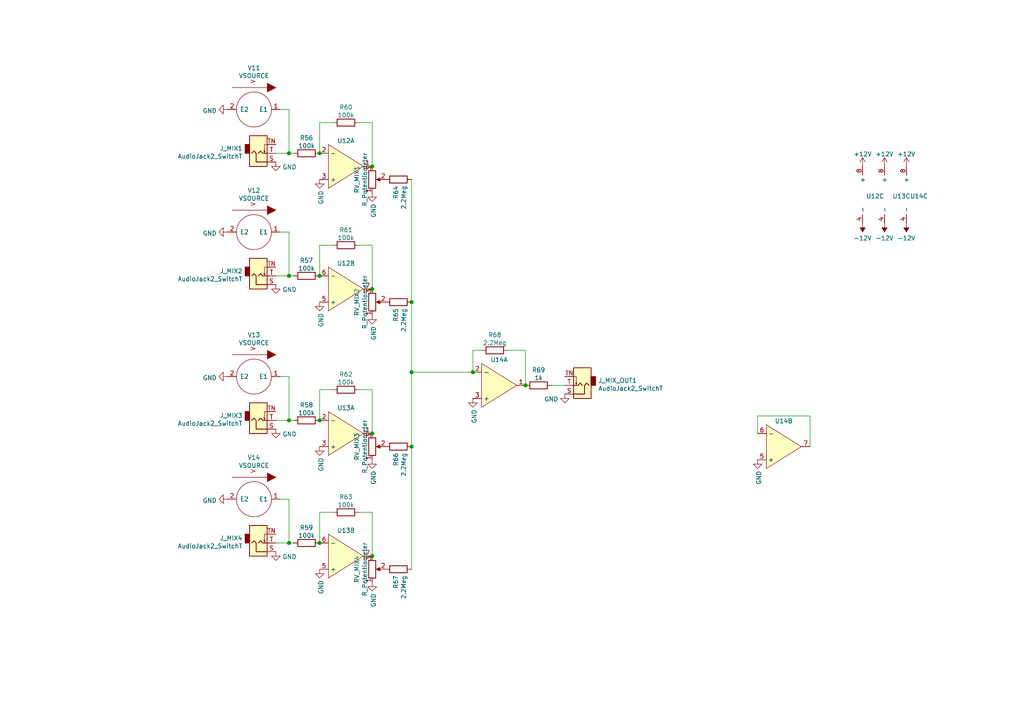
<source format=kicad_sch>
(kicad_sch (version 20210406) (generator eeschema)

  (uuid 4ceb6552-0466-456e-be96-987e9ff85243)

  (paper "A4")

  (lib_symbols
    (symbol "Connector:AudioJack2_SwitchT" (in_bom yes) (on_board yes)
      (property "Reference" "J" (id 0) (at 0 8.89 0)
        (effects (font (size 1.27 1.27)))
      )
      (property "Value" "AudioJack2_SwitchT" (id 1) (at 0 6.35 0)
        (effects (font (size 1.27 1.27)))
      )
      (property "Footprint" "" (id 2) (at 0 0 0)
        (effects (font (size 1.27 1.27)) hide)
      )
      (property "Datasheet" "~" (id 3) (at 0 0 0)
        (effects (font (size 1.27 1.27)) hide)
      )
      (property "ki_keywords" "audio jack receptacle mono headphones phone TS connector" (id 4) (at 0 0 0)
        (effects (font (size 1.27 1.27)) hide)
      )
      (property "ki_description" "Audio Jack, 2 Poles (Mono / TS), Switched T Pole (Normalling)" (id 5) (at 0 0 0)
        (effects (font (size 1.27 1.27)) hide)
      )
      (property "ki_fp_filters" "Jack*" (id 6) (at 0 0 0)
        (effects (font (size 1.27 1.27)) hide)
      )
      (symbol "AudioJack2_SwitchT_0_1"
        (rectangle (start -2.54 0) (end -3.81 -2.54)
          (stroke (width 0.254)) (fill (type outline))
        )
        (rectangle (start 2.54 3.81) (end -2.54 -5.08)
          (stroke (width 0.254)) (fill (type background))
        )
        (polyline
          (pts
            (xy 1.778 -0.254)
            (xy 2.032 -0.762)
          )
          (stroke (width 0)) (fill (type none))
        )
        (polyline
          (pts
            (xy 0 0)
            (xy 0.635 -0.635)
            (xy 1.27 0)
            (xy 2.54 0)
          )
          (stroke (width 0.254)) (fill (type none))
        )
        (polyline
          (pts
            (xy 2.54 -2.54)
            (xy 1.778 -2.54)
            (xy 1.778 -0.254)
            (xy 1.524 -0.762)
          )
          (stroke (width 0)) (fill (type none))
        )
        (polyline
          (pts
            (xy 2.54 2.54)
            (xy -0.635 2.54)
            (xy -0.635 0)
            (xy -1.27 -0.635)
            (xy -1.905 0)
          )
          (stroke (width 0.254)) (fill (type none))
        )
      )
      (symbol "AudioJack2_SwitchT_1_1"
        (pin passive line (at 5.08 2.54 180) (length 2.54)
          (name "~" (effects (font (size 1.27 1.27))))
          (number "S" (effects (font (size 1.27 1.27))))
        )
        (pin passive line (at 5.08 0 180) (length 2.54)
          (name "~" (effects (font (size 1.27 1.27))))
          (number "T" (effects (font (size 1.27 1.27))))
        )
        (pin passive line (at 5.08 -2.54 180) (length 2.54)
          (name "~" (effects (font (size 1.27 1.27))))
          (number "TN" (effects (font (size 1.27 1.27))))
        )
      )
    )
    (symbol "Device:R" (pin_numbers hide) (pin_names (offset 0)) (in_bom yes) (on_board yes)
      (property "Reference" "R" (id 0) (at 2.032 0 90)
        (effects (font (size 1.27 1.27)))
      )
      (property "Value" "R" (id 1) (at 0 0 90)
        (effects (font (size 1.27 1.27)))
      )
      (property "Footprint" "" (id 2) (at -1.778 0 90)
        (effects (font (size 1.27 1.27)) hide)
      )
      (property "Datasheet" "~" (id 3) (at 0 0 0)
        (effects (font (size 1.27 1.27)) hide)
      )
      (property "ki_keywords" "R res resistor" (id 4) (at 0 0 0)
        (effects (font (size 1.27 1.27)) hide)
      )
      (property "ki_description" "Resistor" (id 5) (at 0 0 0)
        (effects (font (size 1.27 1.27)) hide)
      )
      (property "ki_fp_filters" "R_*" (id 6) (at 0 0 0)
        (effects (font (size 1.27 1.27)) hide)
      )
      (symbol "R_0_1"
        (rectangle (start -1.016 -2.54) (end 1.016 2.54)
          (stroke (width 0.254)) (fill (type none))
        )
      )
      (symbol "R_1_1"
        (pin passive line (at 0 3.81 270) (length 1.27)
          (name "~" (effects (font (size 1.27 1.27))))
          (number "1" (effects (font (size 1.27 1.27))))
        )
        (pin passive line (at 0 -3.81 90) (length 1.27)
          (name "~" (effects (font (size 1.27 1.27))))
          (number "2" (effects (font (size 1.27 1.27))))
        )
      )
    )
    (symbol "Device:R_Potentiometer" (pin_names (offset 1.016) hide) (in_bom yes) (on_board yes)
      (property "Reference" "RV" (id 0) (at -4.445 0 90)
        (effects (font (size 1.27 1.27)))
      )
      (property "Value" "R_Potentiometer" (id 1) (at -2.54 0 90)
        (effects (font (size 1.27 1.27)))
      )
      (property "Footprint" "" (id 2) (at 0 0 0)
        (effects (font (size 1.27 1.27)) hide)
      )
      (property "Datasheet" "~" (id 3) (at 0 0 0)
        (effects (font (size 1.27 1.27)) hide)
      )
      (property "ki_keywords" "resistor variable" (id 4) (at 0 0 0)
        (effects (font (size 1.27 1.27)) hide)
      )
      (property "ki_description" "Potentiometer" (id 5) (at 0 0 0)
        (effects (font (size 1.27 1.27)) hide)
      )
      (property "ki_fp_filters" "Potentiometer*" (id 6) (at 0 0 0)
        (effects (font (size 1.27 1.27)) hide)
      )
      (symbol "R_Potentiometer_0_1"
        (rectangle (start 1.016 2.54) (end -1.016 -2.54)
          (stroke (width 0.254)) (fill (type none))
        )
        (polyline
          (pts
            (xy 2.54 0)
            (xy 1.524 0)
          )
          (stroke (width 0)) (fill (type none))
        )
        (polyline
          (pts
            (xy 1.143 0)
            (xy 2.286 0.508)
            (xy 2.286 -0.508)
            (xy 1.143 0)
          )
          (stroke (width 0)) (fill (type outline))
        )
      )
      (symbol "R_Potentiometer_1_1"
        (pin passive line (at 0 3.81 270) (length 1.27)
          (name "1" (effects (font (size 1.27 1.27))))
          (number "1" (effects (font (size 1.27 1.27))))
        )
        (pin passive line (at 3.81 0 180) (length 1.27)
          (name "2" (effects (font (size 1.27 1.27))))
          (number "2" (effects (font (size 1.27 1.27))))
        )
        (pin passive line (at 0 -3.81 90) (length 1.27)
          (name "3" (effects (font (size 1.27 1.27))))
          (number "3" (effects (font (size 1.27 1.27))))
        )
      )
    )
    (symbol "mylib:tl072" (in_bom yes) (on_board yes)
      (property "Reference" "U" (id 0) (at 0 0 0)
        (effects (font (size 1.27 1.27)))
      )
      (property "Value" "tl072" (id 1) (at 1.27 10.16 0)
        (effects (font (size 1.27 1.27)) hide)
      )
      (property "Footprint" "" (id 2) (at 1.27 10.16 0)
        (effects (font (size 1.27 1.27)) hide)
      )
      (property "Datasheet" "" (id 3) (at 1.27 10.16 0)
        (effects (font (size 1.27 1.27)) hide)
      )
      (property "Spice_Primitive" "X" (id 4) (at -5.08 -1.27 0)
        (effects (font (size 1.27 1.27)) hide)
      )
      (property "Spice_Model" "MY_TL072" (id 5) (at 1.27 -24.13 0)
        (effects (font (size 1.27 1.27)) hide)
      )
      (property "Spice_Netlist_Enabled" "Y" (id 6) (at 5.08 -5.08 0)
        (effects (font (size 1.27 1.27)) hide)
      )
      (property "Spice_Lib_File" "C:\\Users\\danie\\Documents\\kicad\\mylibs\\MY_TL072.lib" (id 7) (at 1.27 -24.13 0)
        (effects (font (size 1.27 1.27)) hide)
      )
      (property "ki_locked" "" (id 8) (at 0 0 0)
        (effects (font (size 1.27 1.27)))
      )
      (symbol "tl072_1_1"
        (polyline
          (pts
            (xy 6.35 0)
            (xy -3.81 6.35)
            (xy -3.81 -6.35)
            (xy 6.35 0)
          )
          (stroke (width 0.1524)) (fill (type background))
        )
        (pin output line (at 8.89 0 180) (length 2.54)
          (name "" (effects (font (size 1.27 1.27))))
          (number "1" (effects (font (size 1.27 1.27))))
        )
        (pin input line (at -6.35 3.81 0) (length 2.54)
          (name "-" (effects (font (size 1.27 1.27))))
          (number "2" (effects (font (size 1.27 1.27))))
        )
        (pin input line (at -6.35 -3.81 0) (length 2.54)
          (name "+" (effects (font (size 1.27 1.27))))
          (number "3" (effects (font (size 1.27 1.27))))
        )
      )
      (symbol "tl072_2_1"
        (polyline
          (pts
            (xy -3.81 6.35)
            (xy -3.81 -6.35)
            (xy 6.35 0)
            (xy -3.81 6.35)
          )
          (stroke (width 0.1524)) (fill (type background))
        )
        (pin input line (at -6.35 -3.81 0) (length 2.54)
          (name "+" (effects (font (size 1.27 1.27))))
          (number "5" (effects (font (size 1.27 1.27))))
        )
        (pin input line (at -6.35 3.81 0) (length 2.54)
          (name "-" (effects (font (size 1.27 1.27))))
          (number "6" (effects (font (size 1.27 1.27))))
        )
        (pin output line (at 8.89 0 180) (length 2.54)
          (name "" (effects (font (size 1.27 1.27))))
          (number "7" (effects (font (size 1.27 1.27))))
        )
      )
      (symbol "tl072_3_1"
        (pin power_in line (at 0 -8.89 90) (length 2.54)
          (name "-" (effects (font (size 1.27 1.27))))
          (number "4" (effects (font (size 1.27 1.27))))
        )
        (pin power_in line (at 0 7.62 270) (length 2.54)
          (name "+" (effects (font (size 1.27 1.27))))
          (number "8" (effects (font (size 1.27 1.27))))
        )
      )
    )
    (symbol "power:+12V" (power) (pin_names (offset 0)) (in_bom yes) (on_board yes)
      (property "Reference" "#PWR" (id 0) (at 0 -3.81 0)
        (effects (font (size 1.27 1.27)) hide)
      )
      (property "Value" "+12V" (id 1) (at 0 3.556 0)
        (effects (font (size 1.27 1.27)))
      )
      (property "Footprint" "" (id 2) (at 0 0 0)
        (effects (font (size 1.27 1.27)) hide)
      )
      (property "Datasheet" "" (id 3) (at 0 0 0)
        (effects (font (size 1.27 1.27)) hide)
      )
      (property "ki_keywords" "power-flag" (id 4) (at 0 0 0)
        (effects (font (size 1.27 1.27)) hide)
      )
      (property "ki_description" "Power symbol creates a global label with name \"+12V\"" (id 5) (at 0 0 0)
        (effects (font (size 1.27 1.27)) hide)
      )
      (symbol "+12V_0_1"
        (polyline
          (pts
            (xy -0.762 1.27)
            (xy 0 2.54)
          )
          (stroke (width 0)) (fill (type none))
        )
        (polyline
          (pts
            (xy 0 0)
            (xy 0 2.54)
          )
          (stroke (width 0)) (fill (type none))
        )
        (polyline
          (pts
            (xy 0 2.54)
            (xy 0.762 1.27)
          )
          (stroke (width 0)) (fill (type none))
        )
      )
      (symbol "+12V_1_1"
        (pin power_in line (at 0 0 90) (length 0) hide
          (name "+12V" (effects (font (size 1.27 1.27))))
          (number "1" (effects (font (size 1.27 1.27))))
        )
      )
    )
    (symbol "power:-12V" (power) (pin_names (offset 0)) (in_bom yes) (on_board yes)
      (property "Reference" "#PWR" (id 0) (at 0 2.54 0)
        (effects (font (size 1.27 1.27)) hide)
      )
      (property "Value" "-12V" (id 1) (at 0 3.81 0)
        (effects (font (size 1.27 1.27)))
      )
      (property "Footprint" "" (id 2) (at 0 0 0)
        (effects (font (size 1.27 1.27)) hide)
      )
      (property "Datasheet" "" (id 3) (at 0 0 0)
        (effects (font (size 1.27 1.27)) hide)
      )
      (property "ki_keywords" "power-flag" (id 4) (at 0 0 0)
        (effects (font (size 1.27 1.27)) hide)
      )
      (property "ki_description" "Power symbol creates a global label with name \"-12V\"" (id 5) (at 0 0 0)
        (effects (font (size 1.27 1.27)) hide)
      )
      (symbol "-12V_0_0"
        (pin power_in line (at 0 0 90) (length 0) hide
          (name "-12V" (effects (font (size 1.27 1.27))))
          (number "1" (effects (font (size 1.27 1.27))))
        )
      )
      (symbol "-12V_0_1"
        (polyline
          (pts
            (xy 0 0)
            (xy 0 1.27)
            (xy 0.762 1.27)
            (xy 0 2.54)
            (xy -0.762 1.27)
            (xy 0 1.27)
          )
          (stroke (width 0)) (fill (type outline))
        )
      )
    )
    (symbol "power:GND" (power) (pin_names (offset 0)) (in_bom yes) (on_board yes)
      (property "Reference" "#PWR" (id 0) (at 0 -6.35 0)
        (effects (font (size 1.27 1.27)) hide)
      )
      (property "Value" "GND" (id 1) (at 0 -3.81 0)
        (effects (font (size 1.27 1.27)))
      )
      (property "Footprint" "" (id 2) (at 0 0 0)
        (effects (font (size 1.27 1.27)) hide)
      )
      (property "Datasheet" "" (id 3) (at 0 0 0)
        (effects (font (size 1.27 1.27)) hide)
      )
      (property "ki_keywords" "power-flag" (id 4) (at 0 0 0)
        (effects (font (size 1.27 1.27)) hide)
      )
      (property "ki_description" "Power symbol creates a global label with name \"GND\" , ground" (id 5) (at 0 0 0)
        (effects (font (size 1.27 1.27)) hide)
      )
      (symbol "GND_0_1"
        (polyline
          (pts
            (xy 0 0)
            (xy 0 -1.27)
            (xy 1.27 -1.27)
            (xy 0 -2.54)
            (xy -1.27 -1.27)
            (xy 0 -1.27)
          )
          (stroke (width 0)) (fill (type none))
        )
      )
      (symbol "GND_1_1"
        (pin power_in line (at 0 0 270) (length 0) hide
          (name "GND" (effects (font (size 1.27 1.27))))
          (number "1" (effects (font (size 1.27 1.27))))
        )
      )
    )
    (symbol "pspice:VSOURCE" (pin_names (offset 1.016)) (in_bom yes) (on_board yes)
      (property "Reference" "V" (id 0) (at -6.35 7.62 0)
        (effects (font (size 1.27 1.27)))
      )
      (property "Value" "VSOURCE" (id 1) (at 0 0 0)
        (effects (font (size 1.27 1.27)))
      )
      (property "Footprint" "" (id 2) (at 0 0 0)
        (effects (font (size 1.27 1.27)) hide)
      )
      (property "Datasheet" "~" (id 3) (at 0 0 0)
        (effects (font (size 1.27 1.27)) hide)
      )
      (property "ki_keywords" "simulation" (id 4) (at 0 0 0)
        (effects (font (size 1.27 1.27)) hide)
      )
      (property "ki_description" "Voltage source symbol for simulation only" (id 5) (at 0 0 0)
        (effects (font (size 1.27 1.27)) hide)
      )
      (symbol "VSOURCE_0_1"
        (circle (center 0 0) (radius 5.08) (stroke (width 0)) (fill (type none)))
        (text "V" (at -8.128 -0.254 0)
          (effects (font (size 1.27 1.27)))
        )
        (polyline
          (pts
            (xy -6.35 -6.35)
            (xy -6.35 3.81)
          )
          (stroke (width 0)) (fill (type outline))
        )
        (polyline
          (pts
            (xy -7.62 3.81)
            (xy -6.35 6.35)
            (xy -5.08 3.81)
          )
          (stroke (width 0)) (fill (type outline))
        )
      )
      (symbol "VSOURCE_1_1"
        (pin input line (at 0 7.62 270) (length 2.54)
          (name "E1" (effects (font (size 1.27 1.27))))
          (number "1" (effects (font (size 1.27 1.27))))
        )
        (pin input line (at 0 -7.62 90) (length 2.54)
          (name "E2" (effects (font (size 1.27 1.27))))
          (number "2" (effects (font (size 1.27 1.27))))
        )
      )
    )
  )

  (junction (at 83.82 44.45) (diameter 1.016) (color 0 0 0 0))
  (junction (at 83.82 80.01) (diameter 1.016) (color 0 0 0 0))
  (junction (at 83.82 121.92) (diameter 1.016) (color 0 0 0 0))
  (junction (at 83.82 157.48) (diameter 1.016) (color 0 0 0 0))
  (junction (at 92.71 44.45) (diameter 1.016) (color 0 0 0 0))
  (junction (at 92.71 80.01) (diameter 1.016) (color 0 0 0 0))
  (junction (at 92.71 121.92) (diameter 1.016) (color 0 0 0 0))
  (junction (at 92.71 157.48) (diameter 1.016) (color 0 0 0 0))
  (junction (at 107.95 48.26) (diameter 1.016) (color 0 0 0 0))
  (junction (at 107.95 83.82) (diameter 1.016) (color 0 0 0 0))
  (junction (at 107.95 125.73) (diameter 1.016) (color 0 0 0 0))
  (junction (at 107.95 161.29) (diameter 1.016) (color 0 0 0 0))
  (junction (at 119.38 87.63) (diameter 1.016) (color 0 0 0 0))
  (junction (at 119.38 107.95) (diameter 1.016) (color 0 0 0 0))
  (junction (at 119.38 129.54) (diameter 1.016) (color 0 0 0 0))
  (junction (at 137.16 107.95) (diameter 1.016) (color 0 0 0 0))
  (junction (at 152.4 111.76) (diameter 1.016) (color 0 0 0 0))

  (wire (pts (xy 80.01 44.45) (xy 83.82 44.45))
    (stroke (width 0) (type solid) (color 0 0 0 0))
    (uuid 4b5f6641-4f1a-4eb5-8be7-877d45db1d8c)
  )
  (wire (pts (xy 80.01 80.01) (xy 83.82 80.01))
    (stroke (width 0) (type solid) (color 0 0 0 0))
    (uuid 2b8e5a1f-f922-4288-9fda-76da2537d0f9)
  )
  (wire (pts (xy 80.01 121.92) (xy 83.82 121.92))
    (stroke (width 0) (type solid) (color 0 0 0 0))
    (uuid 262acb69-7667-4ce6-b73e-d6be188ba563)
  )
  (wire (pts (xy 80.01 157.48) (xy 83.82 157.48))
    (stroke (width 0) (type solid) (color 0 0 0 0))
    (uuid 331b8cd7-e57b-418c-a4ca-6b0840d4daee)
  )
  (wire (pts (xy 81.28 31.75) (xy 83.82 31.75))
    (stroke (width 0) (type solid) (color 0 0 0 0))
    (uuid 25317261-4019-4e31-8166-06d35dd1b476)
  )
  (wire (pts (xy 81.28 67.31) (xy 83.82 67.31))
    (stroke (width 0) (type solid) (color 0 0 0 0))
    (uuid d547d9f6-95c1-4f5a-8f47-bcf60741938e)
  )
  (wire (pts (xy 81.28 109.22) (xy 83.82 109.22))
    (stroke (width 0) (type solid) (color 0 0 0 0))
    (uuid 8834cd8a-81bb-4a89-9cc8-2ebfdee98ef2)
  )
  (wire (pts (xy 81.28 144.78) (xy 83.82 144.78))
    (stroke (width 0) (type solid) (color 0 0 0 0))
    (uuid 2119766a-cf65-443c-ac6d-ed5f3537f830)
  )
  (wire (pts (xy 83.82 31.75) (xy 83.82 44.45))
    (stroke (width 0) (type solid) (color 0 0 0 0))
    (uuid 25317261-4019-4e31-8166-06d35dd1b476)
  )
  (wire (pts (xy 83.82 44.45) (xy 85.09 44.45))
    (stroke (width 0) (type solid) (color 0 0 0 0))
    (uuid 4b5f6641-4f1a-4eb5-8be7-877d45db1d8c)
  )
  (wire (pts (xy 83.82 67.31) (xy 83.82 80.01))
    (stroke (width 0) (type solid) (color 0 0 0 0))
    (uuid 110616d6-905a-4bcc-a61d-eaf12688286d)
  )
  (wire (pts (xy 83.82 80.01) (xy 85.09 80.01))
    (stroke (width 0) (type solid) (color 0 0 0 0))
    (uuid f3481f96-2d16-4519-a1a9-a4e79cfb6a6f)
  )
  (wire (pts (xy 83.82 109.22) (xy 83.82 121.92))
    (stroke (width 0) (type solid) (color 0 0 0 0))
    (uuid cbe5f6b8-719d-4685-8390-db90a98b6e17)
  )
  (wire (pts (xy 83.82 121.92) (xy 85.09 121.92))
    (stroke (width 0) (type solid) (color 0 0 0 0))
    (uuid 9c044c10-d40f-4b4c-8858-5a466614943c)
  )
  (wire (pts (xy 83.82 144.78) (xy 83.82 157.48))
    (stroke (width 0) (type solid) (color 0 0 0 0))
    (uuid 3d04b00c-5cb7-4f0c-abad-976be4a528ea)
  )
  (wire (pts (xy 83.82 157.48) (xy 85.09 157.48))
    (stroke (width 0) (type solid) (color 0 0 0 0))
    (uuid a8e98b5e-dc00-4a8f-ba75-b578d4d3cf0c)
  )
  (wire (pts (xy 92.71 35.56) (xy 92.71 44.45))
    (stroke (width 0) (type solid) (color 0 0 0 0))
    (uuid 6965e36a-6018-4f4a-8b50-def96b35d107)
  )
  (wire (pts (xy 92.71 71.12) (xy 92.71 80.01))
    (stroke (width 0) (type solid) (color 0 0 0 0))
    (uuid 27f1fb4d-3813-4068-a4c7-d2670c338717)
  )
  (wire (pts (xy 92.71 113.03) (xy 92.71 121.92))
    (stroke (width 0) (type solid) (color 0 0 0 0))
    (uuid 3fab7c52-59df-4f13-a6ed-4b7a14d105fa)
  )
  (wire (pts (xy 92.71 148.59) (xy 92.71 157.48))
    (stroke (width 0) (type solid) (color 0 0 0 0))
    (uuid d60d2d3a-ac03-425f-8a5e-1c50698fe2bd)
  )
  (wire (pts (xy 96.52 35.56) (xy 92.71 35.56))
    (stroke (width 0) (type solid) (color 0 0 0 0))
    (uuid 6965e36a-6018-4f4a-8b50-def96b35d107)
  )
  (wire (pts (xy 96.52 71.12) (xy 92.71 71.12))
    (stroke (width 0) (type solid) (color 0 0 0 0))
    (uuid 080f0741-500c-46ec-8189-a4e56a4960a9)
  )
  (wire (pts (xy 96.52 113.03) (xy 92.71 113.03))
    (stroke (width 0) (type solid) (color 0 0 0 0))
    (uuid c984d6af-3cfe-4030-aeb4-21b3cea7153d)
  )
  (wire (pts (xy 96.52 148.59) (xy 92.71 148.59))
    (stroke (width 0) (type solid) (color 0 0 0 0))
    (uuid 38699480-3806-4389-b53f-84d9bea119ed)
  )
  (wire (pts (xy 104.14 35.56) (xy 107.95 35.56))
    (stroke (width 0) (type solid) (color 0 0 0 0))
    (uuid 879a9004-7bcd-438e-87dd-7bced83a3e69)
  )
  (wire (pts (xy 104.14 71.12) (xy 107.95 71.12))
    (stroke (width 0) (type solid) (color 0 0 0 0))
    (uuid cea6c40e-40ca-46cb-b045-e2882a494a28)
  )
  (wire (pts (xy 104.14 113.03) (xy 107.95 113.03))
    (stroke (width 0) (type solid) (color 0 0 0 0))
    (uuid b4a2c242-2d3c-4ef8-b46b-371ccd834c0a)
  )
  (wire (pts (xy 104.14 148.59) (xy 107.95 148.59))
    (stroke (width 0) (type solid) (color 0 0 0 0))
    (uuid fc275653-aced-4063-9573-9b2b6202bd95)
  )
  (wire (pts (xy 107.95 35.56) (xy 107.95 48.26))
    (stroke (width 0) (type solid) (color 0 0 0 0))
    (uuid 879a9004-7bcd-438e-87dd-7bced83a3e69)
  )
  (wire (pts (xy 107.95 71.12) (xy 107.95 83.82))
    (stroke (width 0) (type solid) (color 0 0 0 0))
    (uuid eb57b08f-a5c7-4f39-9d08-d7dcdd24e798)
  )
  (wire (pts (xy 107.95 113.03) (xy 107.95 125.73))
    (stroke (width 0) (type solid) (color 0 0 0 0))
    (uuid 44550580-8aba-4362-84d2-5f69425648e7)
  )
  (wire (pts (xy 107.95 148.59) (xy 107.95 161.29))
    (stroke (width 0) (type solid) (color 0 0 0 0))
    (uuid 5fd88fc0-f050-4f59-881f-e300e93a67cc)
  )
  (wire (pts (xy 119.38 52.07) (xy 119.38 87.63))
    (stroke (width 0) (type solid) (color 0 0 0 0))
    (uuid 65e0702c-a04d-4180-a8a8-e98e8af80132)
  )
  (wire (pts (xy 119.38 87.63) (xy 119.38 107.95))
    (stroke (width 0) (type solid) (color 0 0 0 0))
    (uuid 4289b184-a152-4bc1-a135-54365720444b)
  )
  (wire (pts (xy 119.38 107.95) (xy 119.38 129.54))
    (stroke (width 0) (type solid) (color 0 0 0 0))
    (uuid 4289b184-a152-4bc1-a135-54365720444b)
  )
  (wire (pts (xy 119.38 129.54) (xy 119.38 165.1))
    (stroke (width 0) (type solid) (color 0 0 0 0))
    (uuid 65e0702c-a04d-4180-a8a8-e98e8af80132)
  )
  (wire (pts (xy 137.16 101.6) (xy 137.16 107.95))
    (stroke (width 0) (type solid) (color 0 0 0 0))
    (uuid 22fa8bbb-aeb1-4da1-836f-7f039602e894)
  )
  (wire (pts (xy 137.16 107.95) (xy 119.38 107.95))
    (stroke (width 0) (type solid) (color 0 0 0 0))
    (uuid 4289b184-a152-4bc1-a135-54365720444b)
  )
  (wire (pts (xy 139.7 101.6) (xy 137.16 101.6))
    (stroke (width 0) (type solid) (color 0 0 0 0))
    (uuid 22fa8bbb-aeb1-4da1-836f-7f039602e894)
  )
  (wire (pts (xy 147.32 101.6) (xy 152.4 101.6))
    (stroke (width 0) (type solid) (color 0 0 0 0))
    (uuid d2e3e54a-a05b-45fb-9520-fc01c2ae0d61)
  )
  (wire (pts (xy 152.4 101.6) (xy 152.4 111.76))
    (stroke (width 0) (type solid) (color 0 0 0 0))
    (uuid d2e3e54a-a05b-45fb-9520-fc01c2ae0d61)
  )
  (wire (pts (xy 160.02 111.76) (xy 163.83 111.76))
    (stroke (width 0) (type solid) (color 0 0 0 0))
    (uuid a42baece-b44c-4bdb-9f62-53312cdc7072)
  )
  (wire (pts (xy 219.71 120.65) (xy 219.71 125.73))
    (stroke (width 0) (type solid) (color 0 0 0 0))
    (uuid 7309e9a6-1092-4f43-940b-d23b35e6eca3)
  )
  (wire (pts (xy 234.95 120.65) (xy 219.71 120.65))
    (stroke (width 0) (type solid) (color 0 0 0 0))
    (uuid 7309e9a6-1092-4f43-940b-d23b35e6eca3)
  )
  (wire (pts (xy 234.95 129.54) (xy 234.95 120.65))
    (stroke (width 0) (type solid) (color 0 0 0 0))
    (uuid 7309e9a6-1092-4f43-940b-d23b35e6eca3)
  )

  (symbol (lib_id "power:+12V") (at 250.19 48.26 0) (unit 1)
    (in_bom yes) (on_board yes) (fields_autoplaced)
    (uuid 48fc665b-d770-4f44-9067-a379dc0644b5)
    (property "Reference" "#PWR0103" (id 0) (at 250.19 52.07 0)
      (effects (font (size 1.27 1.27)) hide)
    )
    (property "Value" "+12V" (id 1) (at 250.19 44.7126 0))
    (property "Footprint" "" (id 2) (at 250.19 48.26 0)
      (effects (font (size 1.27 1.27)) hide)
    )
    (property "Datasheet" "" (id 3) (at 250.19 48.26 0)
      (effects (font (size 1.27 1.27)) hide)
    )
    (pin "1" (uuid 7f930f92-94f4-4f9d-8bcd-ada65b79369b))
  )

  (symbol (lib_id "power:-12V") (at 250.19 64.77 180) (unit 1)
    (in_bom yes) (on_board yes) (fields_autoplaced)
    (uuid 4612fec4-aa3a-46ea-ba29-1471f50e44ac)
    (property "Reference" "#PWR0105" (id 0) (at 250.19 67.31 0)
      (effects (font (size 1.27 1.27)) hide)
    )
    (property "Value" "-12V" (id 1) (at 250.19 69.0944 0))
    (property "Footprint" "" (id 2) (at 250.19 64.77 0)
      (effects (font (size 1.27 1.27)) hide)
    )
    (property "Datasheet" "" (id 3) (at 250.19 64.77 0)
      (effects (font (size 1.27 1.27)) hide)
    )
    (pin "1" (uuid 5f9d0bfc-323b-49e7-9e3e-db2ff9c2db97))
  )

  (symbol (lib_id "power:+12V") (at 256.54 48.26 0) (unit 1)
    (in_bom yes) (on_board yes) (fields_autoplaced)
    (uuid 80d2c7d5-53cd-4c5e-8370-849b189fb1c6)
    (property "Reference" "#PWR0104" (id 0) (at 256.54 52.07 0)
      (effects (font (size 1.27 1.27)) hide)
    )
    (property "Value" "+12V" (id 1) (at 256.54 44.7126 0))
    (property "Footprint" "" (id 2) (at 256.54 48.26 0)
      (effects (font (size 1.27 1.27)) hide)
    )
    (property "Datasheet" "" (id 3) (at 256.54 48.26 0)
      (effects (font (size 1.27 1.27)) hide)
    )
    (pin "1" (uuid b9e316c7-791f-4dfa-80fd-3fb7e94c137b))
  )

  (symbol (lib_id "power:-12V") (at 256.54 64.77 180) (unit 1)
    (in_bom yes) (on_board yes) (fields_autoplaced)
    (uuid 210cd373-1562-458b-bba0-e0973f7980eb)
    (property "Reference" "#PWR0106" (id 0) (at 256.54 67.31 0)
      (effects (font (size 1.27 1.27)) hide)
    )
    (property "Value" "-12V" (id 1) (at 256.54 69.0944 0))
    (property "Footprint" "" (id 2) (at 256.54 64.77 0)
      (effects (font (size 1.27 1.27)) hide)
    )
    (property "Datasheet" "" (id 3) (at 256.54 64.77 0)
      (effects (font (size 1.27 1.27)) hide)
    )
    (pin "1" (uuid c64c82b4-ea73-412d-bfec-e63edb09a96c))
  )

  (symbol (lib_id "power:+12V") (at 262.89 48.26 0) (unit 1)
    (in_bom yes) (on_board yes) (fields_autoplaced)
    (uuid 4617e2d9-e909-4efc-b4a4-de52656704e6)
    (property "Reference" "#PWR0102" (id 0) (at 262.89 52.07 0)
      (effects (font (size 1.27 1.27)) hide)
    )
    (property "Value" "+12V" (id 1) (at 262.89 44.7126 0))
    (property "Footprint" "" (id 2) (at 262.89 48.26 0)
      (effects (font (size 1.27 1.27)) hide)
    )
    (property "Datasheet" "" (id 3) (at 262.89 48.26 0)
      (effects (font (size 1.27 1.27)) hide)
    )
    (pin "1" (uuid b8729e33-d773-412d-b3c9-023a47139c9d))
  )

  (symbol (lib_id "power:-12V") (at 262.89 64.77 180) (unit 1)
    (in_bom yes) (on_board yes) (fields_autoplaced)
    (uuid 3cb54f06-9619-40fd-94c0-829bb21bef87)
    (property "Reference" "#PWR0107" (id 0) (at 262.89 67.31 0)
      (effects (font (size 1.27 1.27)) hide)
    )
    (property "Value" "-12V" (id 1) (at 262.89 69.0944 0))
    (property "Footprint" "" (id 2) (at 262.89 64.77 0)
      (effects (font (size 1.27 1.27)) hide)
    )
    (property "Datasheet" "" (id 3) (at 262.89 64.77 0)
      (effects (font (size 1.27 1.27)) hide)
    )
    (pin "1" (uuid bfc1a183-eede-4713-86fd-076345ce67bf))
  )

  (symbol (lib_id "power:GND") (at 66.04 31.75 270) (unit 1)
    (in_bom yes) (on_board yes) (fields_autoplaced)
    (uuid 0f4ab7e1-4cc4-4e89-841b-efc01dc8d295)
    (property "Reference" "#PWR083" (id 0) (at 59.69 31.75 0)
      (effects (font (size 1.27 1.27)) hide)
    )
    (property "Value" "GND" (id 1) (at 62.865 32.1385 90)
      (effects (font (size 1.27 1.27)) (justify right))
    )
    (property "Footprint" "" (id 2) (at 66.04 31.75 0)
      (effects (font (size 1.27 1.27)) hide)
    )
    (property "Datasheet" "" (id 3) (at 66.04 31.75 0)
      (effects (font (size 1.27 1.27)) hide)
    )
    (pin "1" (uuid 2fe08a7a-0b5a-4573-a9f4-5f9c1fcd8d56))
  )

  (symbol (lib_id "power:GND") (at 66.04 67.31 270) (unit 1)
    (in_bom yes) (on_board yes) (fields_autoplaced)
    (uuid 1c3d4db4-c197-4fad-95ce-4633016c4ff6)
    (property "Reference" "#PWR084" (id 0) (at 59.69 67.31 0)
      (effects (font (size 1.27 1.27)) hide)
    )
    (property "Value" "GND" (id 1) (at 62.865 67.6985 90)
      (effects (font (size 1.27 1.27)) (justify right))
    )
    (property "Footprint" "" (id 2) (at 66.04 67.31 0)
      (effects (font (size 1.27 1.27)) hide)
    )
    (property "Datasheet" "" (id 3) (at 66.04 67.31 0)
      (effects (font (size 1.27 1.27)) hide)
    )
    (pin "1" (uuid e2af0dac-fdb8-486e-a5ef-22e9b39e10ca))
  )

  (symbol (lib_id "power:GND") (at 66.04 109.22 270) (unit 1)
    (in_bom yes) (on_board yes) (fields_autoplaced)
    (uuid 0824918b-f4d9-44a7-9941-faf76e788bf4)
    (property "Reference" "#PWR085" (id 0) (at 59.69 109.22 0)
      (effects (font (size 1.27 1.27)) hide)
    )
    (property "Value" "GND" (id 1) (at 62.865 109.6085 90)
      (effects (font (size 1.27 1.27)) (justify right))
    )
    (property "Footprint" "" (id 2) (at 66.04 109.22 0)
      (effects (font (size 1.27 1.27)) hide)
    )
    (property "Datasheet" "" (id 3) (at 66.04 109.22 0)
      (effects (font (size 1.27 1.27)) hide)
    )
    (pin "1" (uuid 8cb8fcb1-e4e7-4a76-8a6b-1766b158be9b))
  )

  (symbol (lib_id "power:GND") (at 66.04 144.78 270) (unit 1)
    (in_bom yes) (on_board yes) (fields_autoplaced)
    (uuid a39ce2e9-d367-4711-99c1-cd20bd42ed21)
    (property "Reference" "#PWR086" (id 0) (at 59.69 144.78 0)
      (effects (font (size 1.27 1.27)) hide)
    )
    (property "Value" "GND" (id 1) (at 62.865 145.1685 90)
      (effects (font (size 1.27 1.27)) (justify right))
    )
    (property "Footprint" "" (id 2) (at 66.04 144.78 0)
      (effects (font (size 1.27 1.27)) hide)
    )
    (property "Datasheet" "" (id 3) (at 66.04 144.78 0)
      (effects (font (size 1.27 1.27)) hide)
    )
    (pin "1" (uuid ba2f5d5b-ab2f-47fd-895e-d248f4559dc0))
  )

  (symbol (lib_id "power:GND") (at 80.01 46.99 0) (unit 1)
    (in_bom yes) (on_board yes) (fields_autoplaced)
    (uuid 2283b6a4-e758-4070-ba53-dceb3bb416b5)
    (property "Reference" "#PWR087" (id 0) (at 80.01 53.34 0)
      (effects (font (size 1.27 1.27)) hide)
    )
    (property "Value" "GND" (id 1) (at 81.9151 48.458 0)
      (effects (font (size 1.27 1.27)) (justify left))
    )
    (property "Footprint" "" (id 2) (at 80.01 46.99 0)
      (effects (font (size 1.27 1.27)) hide)
    )
    (property "Datasheet" "" (id 3) (at 80.01 46.99 0)
      (effects (font (size 1.27 1.27)) hide)
    )
    (pin "1" (uuid dbb2ec0b-62fa-45c0-9e05-7238ed759a9e))
  )

  (symbol (lib_id "power:GND") (at 80.01 82.55 0) (unit 1)
    (in_bom yes) (on_board yes) (fields_autoplaced)
    (uuid 34896f37-4de6-46c2-9eb4-cbbe16ace12a)
    (property "Reference" "#PWR088" (id 0) (at 80.01 88.9 0)
      (effects (font (size 1.27 1.27)) hide)
    )
    (property "Value" "GND" (id 1) (at 81.9151 84.018 0)
      (effects (font (size 1.27 1.27)) (justify left))
    )
    (property "Footprint" "" (id 2) (at 80.01 82.55 0)
      (effects (font (size 1.27 1.27)) hide)
    )
    (property "Datasheet" "" (id 3) (at 80.01 82.55 0)
      (effects (font (size 1.27 1.27)) hide)
    )
    (pin "1" (uuid 4ca21277-7d93-4390-b684-83b72a910e06))
  )

  (symbol (lib_id "power:GND") (at 80.01 124.46 0) (unit 1)
    (in_bom yes) (on_board yes) (fields_autoplaced)
    (uuid b51ddc3b-68fb-4950-bf67-50f0f7ac1cea)
    (property "Reference" "#PWR089" (id 0) (at 80.01 130.81 0)
      (effects (font (size 1.27 1.27)) hide)
    )
    (property "Value" "GND" (id 1) (at 81.9151 125.928 0)
      (effects (font (size 1.27 1.27)) (justify left))
    )
    (property "Footprint" "" (id 2) (at 80.01 124.46 0)
      (effects (font (size 1.27 1.27)) hide)
    )
    (property "Datasheet" "" (id 3) (at 80.01 124.46 0)
      (effects (font (size 1.27 1.27)) hide)
    )
    (pin "1" (uuid 3eb74a9c-89c3-431d-a8cd-f37f1407bdcd))
  )

  (symbol (lib_id "power:GND") (at 80.01 160.02 0) (unit 1)
    (in_bom yes) (on_board yes) (fields_autoplaced)
    (uuid d7f8afd8-02c4-4fa9-a17c-2de72fc67955)
    (property "Reference" "#PWR090" (id 0) (at 80.01 166.37 0)
      (effects (font (size 1.27 1.27)) hide)
    )
    (property "Value" "GND" (id 1) (at 81.9151 161.488 0)
      (effects (font (size 1.27 1.27)) (justify left))
    )
    (property "Footprint" "" (id 2) (at 80.01 160.02 0)
      (effects (font (size 1.27 1.27)) hide)
    )
    (property "Datasheet" "" (id 3) (at 80.01 160.02 0)
      (effects (font (size 1.27 1.27)) hide)
    )
    (pin "1" (uuid 6900a691-79e6-47fb-9ca3-dc13e2ac2871))
  )

  (symbol (lib_id "power:GND") (at 92.71 52.07 0) (mirror y) (unit 1)
    (in_bom yes) (on_board yes) (fields_autoplaced)
    (uuid 3aa874a1-6c79-445e-80fb-4feb1e25abf0)
    (property "Reference" "#PWR091" (id 0) (at 92.71 58.42 0)
      (effects (font (size 1.27 1.27)) hide)
    )
    (property "Value" "GND" (id 1) (at 93.0985 55.2451 90)
      (effects (font (size 1.27 1.27)) (justify right))
    )
    (property "Footprint" "" (id 2) (at 92.71 52.07 0)
      (effects (font (size 1.27 1.27)) hide)
    )
    (property "Datasheet" "" (id 3) (at 92.71 52.07 0)
      (effects (font (size 1.27 1.27)) hide)
    )
    (pin "1" (uuid c6eee6c6-4b1a-42ef-9bd2-f9683183036e))
  )

  (symbol (lib_id "power:GND") (at 92.71 87.63 0) (mirror y) (unit 1)
    (in_bom yes) (on_board yes) (fields_autoplaced)
    (uuid 6d7ed0cf-1eb7-4579-bb75-988cbceebf21)
    (property "Reference" "#PWR092" (id 0) (at 92.71 93.98 0)
      (effects (font (size 1.27 1.27)) hide)
    )
    (property "Value" "GND" (id 1) (at 93.0985 90.8051 90)
      (effects (font (size 1.27 1.27)) (justify right))
    )
    (property "Footprint" "" (id 2) (at 92.71 87.63 0)
      (effects (font (size 1.27 1.27)) hide)
    )
    (property "Datasheet" "" (id 3) (at 92.71 87.63 0)
      (effects (font (size 1.27 1.27)) hide)
    )
    (pin "1" (uuid 2eaf42dd-de7c-4631-b4cf-360d3b9947cd))
  )

  (symbol (lib_id "power:GND") (at 92.71 129.54 0) (mirror y) (unit 1)
    (in_bom yes) (on_board yes) (fields_autoplaced)
    (uuid b0d90a85-5edc-435d-ab2d-7c0316ade16b)
    (property "Reference" "#PWR093" (id 0) (at 92.71 135.89 0)
      (effects (font (size 1.27 1.27)) hide)
    )
    (property "Value" "GND" (id 1) (at 93.0985 132.7151 90)
      (effects (font (size 1.27 1.27)) (justify right))
    )
    (property "Footprint" "" (id 2) (at 92.71 129.54 0)
      (effects (font (size 1.27 1.27)) hide)
    )
    (property "Datasheet" "" (id 3) (at 92.71 129.54 0)
      (effects (font (size 1.27 1.27)) hide)
    )
    (pin "1" (uuid 06f4c341-d43e-406b-a388-e15ed8d85cf8))
  )

  (symbol (lib_id "power:GND") (at 92.71 165.1 0) (mirror y) (unit 1)
    (in_bom yes) (on_board yes) (fields_autoplaced)
    (uuid 5784cb99-b543-4d84-964f-09c42ac972fb)
    (property "Reference" "#PWR094" (id 0) (at 92.71 171.45 0)
      (effects (font (size 1.27 1.27)) hide)
    )
    (property "Value" "GND" (id 1) (at 93.0985 168.2751 90)
      (effects (font (size 1.27 1.27)) (justify right))
    )
    (property "Footprint" "" (id 2) (at 92.71 165.1 0)
      (effects (font (size 1.27 1.27)) hide)
    )
    (property "Datasheet" "" (id 3) (at 92.71 165.1 0)
      (effects (font (size 1.27 1.27)) hide)
    )
    (pin "1" (uuid cb3d2f50-4afb-46ce-bcf2-84b1572abf44))
  )

  (symbol (lib_id "power:GND") (at 107.95 55.88 0) (mirror y) (unit 1)
    (in_bom yes) (on_board yes) (fields_autoplaced)
    (uuid a575cf7b-da20-4d88-a54d-93b4b9c85eea)
    (property "Reference" "#PWR095" (id 0) (at 107.95 62.23 0)
      (effects (font (size 1.27 1.27)) hide)
    )
    (property "Value" "GND" (id 1) (at 108.3385 59.0551 90)
      (effects (font (size 1.27 1.27)) (justify right))
    )
    (property "Footprint" "" (id 2) (at 107.95 55.88 0)
      (effects (font (size 1.27 1.27)) hide)
    )
    (property "Datasheet" "" (id 3) (at 107.95 55.88 0)
      (effects (font (size 1.27 1.27)) hide)
    )
    (pin "1" (uuid 12c951ae-9b1e-4a1e-8c6e-15a39e1a349a))
  )

  (symbol (lib_id "power:GND") (at 107.95 91.44 0) (mirror y) (unit 1)
    (in_bom yes) (on_board yes) (fields_autoplaced)
    (uuid 31a2cb90-f918-4b11-bd1e-d24f949dc17a)
    (property "Reference" "#PWR096" (id 0) (at 107.95 97.79 0)
      (effects (font (size 1.27 1.27)) hide)
    )
    (property "Value" "GND" (id 1) (at 108.3385 94.6151 90)
      (effects (font (size 1.27 1.27)) (justify right))
    )
    (property "Footprint" "" (id 2) (at 107.95 91.44 0)
      (effects (font (size 1.27 1.27)) hide)
    )
    (property "Datasheet" "" (id 3) (at 107.95 91.44 0)
      (effects (font (size 1.27 1.27)) hide)
    )
    (pin "1" (uuid 0d6bae46-8d9d-4a7d-9e2e-86f70b4c34b1))
  )

  (symbol (lib_id "power:GND") (at 107.95 133.35 0) (mirror y) (unit 1)
    (in_bom yes) (on_board yes) (fields_autoplaced)
    (uuid 5b439b44-92a8-4977-8f43-88bad1554a9d)
    (property "Reference" "#PWR097" (id 0) (at 107.95 139.7 0)
      (effects (font (size 1.27 1.27)) hide)
    )
    (property "Value" "GND" (id 1) (at 108.3385 136.5251 90)
      (effects (font (size 1.27 1.27)) (justify right))
    )
    (property "Footprint" "" (id 2) (at 107.95 133.35 0)
      (effects (font (size 1.27 1.27)) hide)
    )
    (property "Datasheet" "" (id 3) (at 107.95 133.35 0)
      (effects (font (size 1.27 1.27)) hide)
    )
    (pin "1" (uuid d84a632c-577f-43cf-82f1-0ec7e5c20ce0))
  )

  (symbol (lib_id "power:GND") (at 107.95 168.91 0) (mirror y) (unit 1)
    (in_bom yes) (on_board yes) (fields_autoplaced)
    (uuid 1ec7de95-74da-4703-8f1c-d4e6a16272d7)
    (property "Reference" "#PWR098" (id 0) (at 107.95 175.26 0)
      (effects (font (size 1.27 1.27)) hide)
    )
    (property "Value" "GND" (id 1) (at 108.3385 172.0851 90)
      (effects (font (size 1.27 1.27)) (justify right))
    )
    (property "Footprint" "" (id 2) (at 107.95 168.91 0)
      (effects (font (size 1.27 1.27)) hide)
    )
    (property "Datasheet" "" (id 3) (at 107.95 168.91 0)
      (effects (font (size 1.27 1.27)) hide)
    )
    (pin "1" (uuid 417e5167-696a-41d6-97b3-0093195f01cc))
  )

  (symbol (lib_id "power:GND") (at 137.16 115.57 0) (mirror y) (unit 1)
    (in_bom yes) (on_board yes) (fields_autoplaced)
    (uuid 6067a961-edbe-4184-a636-1d64ad763175)
    (property "Reference" "#PWR099" (id 0) (at 137.16 121.92 0)
      (effects (font (size 1.27 1.27)) hide)
    )
    (property "Value" "GND" (id 1) (at 137.5485 118.7451 90)
      (effects (font (size 1.27 1.27)) (justify right))
    )
    (property "Footprint" "" (id 2) (at 137.16 115.57 0)
      (effects (font (size 1.27 1.27)) hide)
    )
    (property "Datasheet" "" (id 3) (at 137.16 115.57 0)
      (effects (font (size 1.27 1.27)) hide)
    )
    (pin "1" (uuid 7b10d683-778c-4f85-bf3f-72c1b93ec334))
  )

  (symbol (lib_id "power:GND") (at 163.83 114.3 0) (mirror y) (unit 1)
    (in_bom yes) (on_board yes) (fields_autoplaced)
    (uuid fcd62113-2493-4d6a-8470-16f3a3399d68)
    (property "Reference" "#PWR0100" (id 0) (at 163.83 120.65 0)
      (effects (font (size 1.27 1.27)) hide)
    )
    (property "Value" "GND" (id 1) (at 161.9249 115.768 0)
      (effects (font (size 1.27 1.27)) (justify left))
    )
    (property "Footprint" "" (id 2) (at 163.83 114.3 0)
      (effects (font (size 1.27 1.27)) hide)
    )
    (property "Datasheet" "" (id 3) (at 163.83 114.3 0)
      (effects (font (size 1.27 1.27)) hide)
    )
    (pin "1" (uuid 14545de9-c102-4e73-9d8f-1a0c3b9fe3a7))
  )

  (symbol (lib_id "power:GND") (at 219.71 133.35 0) (mirror y) (unit 1)
    (in_bom yes) (on_board yes) (fields_autoplaced)
    (uuid 356a0e3b-573c-4205-8698-e08cd6239fc1)
    (property "Reference" "#PWR0101" (id 0) (at 219.71 139.7 0)
      (effects (font (size 1.27 1.27)) hide)
    )
    (property "Value" "GND" (id 1) (at 220.0985 136.5251 90)
      (effects (font (size 1.27 1.27)) (justify right))
    )
    (property "Footprint" "" (id 2) (at 219.71 133.35 0)
      (effects (font (size 1.27 1.27)) hide)
    )
    (property "Datasheet" "" (id 3) (at 219.71 133.35 0)
      (effects (font (size 1.27 1.27)) hide)
    )
    (pin "1" (uuid 0224b515-d9e8-4db2-9af8-756fe662e71c))
  )

  (symbol (lib_id "mylib:tl072") (at 250.19 55.88 0) (unit 3)
    (in_bom yes) (on_board yes) (fields_autoplaced)
    (uuid b1586dfa-d39b-46ee-b5db-df97ec1e500a)
    (property "Reference" "U12" (id 0) (at 251.2061 56.9035 0)
      (effects (font (size 1.27 1.27)) (justify left))
    )
    (property "Value" "tl072" (id 1) (at 251.46 45.72 0)
      (effects (font (size 1.27 1.27)) hide)
    )
    (property "Footprint" "" (id 2) (at 251.46 45.72 0)
      (effects (font (size 1.27 1.27)) hide)
    )
    (property "Datasheet" "" (id 3) (at 251.46 45.72 0)
      (effects (font (size 1.27 1.27)) hide)
    )
    (property "Spice_Primitive" "X" (id 4) (at 245.11 57.15 0)
      (effects (font (size 1.27 1.27)) hide)
    )
    (property "Spice_Model" "MY_TL072" (id 5) (at 251.46 80.01 0)
      (effects (font (size 1.27 1.27)) hide)
    )
    (property "Spice_Netlist_Enabled" "Y" (id 6) (at 255.27 60.96 0)
      (effects (font (size 1.27 1.27)) hide)
    )
    (property "Spice_Lib_File" "C:\\Users\\danie\\Documents\\kicad\\mylibs\\MY_TL072.lib" (id 7) (at 251.46 80.01 0)
      (effects (font (size 1.27 1.27)) hide)
    )
    (pin "4" (uuid 542d1fed-e853-4f7d-a06f-660e4b10ab57))
    (pin "8" (uuid 50168634-d068-4819-a5bf-9e9ee8224ed5))
  )

  (symbol (lib_id "mylib:tl072") (at 256.54 55.88 0) (unit 3)
    (in_bom yes) (on_board yes)
    (uuid 3ded238c-7267-4754-b6c5-e0ffb3baa4ba)
    (property "Reference" "U13" (id 0) (at 258.8261 56.9035 0)
      (effects (font (size 1.27 1.27)) (justify left))
    )
    (property "Value" "tl072" (id 1) (at 257.81 45.72 0)
      (effects (font (size 1.27 1.27)) hide)
    )
    (property "Footprint" "" (id 2) (at 257.81 45.72 0)
      (effects (font (size 1.27 1.27)) hide)
    )
    (property "Datasheet" "" (id 3) (at 257.81 45.72 0)
      (effects (font (size 1.27 1.27)) hide)
    )
    (property "Spice_Primitive" "X" (id 4) (at 251.46 57.15 0)
      (effects (font (size 1.27 1.27)) hide)
    )
    (property "Spice_Model" "MY_TL072" (id 5) (at 257.81 80.01 0)
      (effects (font (size 1.27 1.27)) hide)
    )
    (property "Spice_Netlist_Enabled" "Y" (id 6) (at 261.62 60.96 0)
      (effects (font (size 1.27 1.27)) hide)
    )
    (property "Spice_Lib_File" "C:\\Users\\danie\\Documents\\kicad\\mylibs\\MY_TL072.lib" (id 7) (at 257.81 80.01 0)
      (effects (font (size 1.27 1.27)) hide)
    )
    (pin "4" (uuid bd8fe9d2-bc96-45ab-8907-9e72f73be328))
    (pin "8" (uuid 7d2df31b-4a18-45ad-abbe-73ca7fc3eb57))
  )

  (symbol (lib_id "mylib:tl072") (at 262.89 55.88 0) (unit 3)
    (in_bom yes) (on_board yes) (fields_autoplaced)
    (uuid a76112d9-441f-4488-8096-403d325d4a3d)
    (property "Reference" "U14" (id 0) (at 263.9061 56.9035 0)
      (effects (font (size 1.27 1.27)) (justify left))
    )
    (property "Value" "tl072" (id 1) (at 264.16 45.72 0)
      (effects (font (size 1.27 1.27)) hide)
    )
    (property "Footprint" "" (id 2) (at 264.16 45.72 0)
      (effects (font (size 1.27 1.27)) hide)
    )
    (property "Datasheet" "" (id 3) (at 264.16 45.72 0)
      (effects (font (size 1.27 1.27)) hide)
    )
    (property "Spice_Primitive" "X" (id 4) (at 257.81 57.15 0)
      (effects (font (size 1.27 1.27)) hide)
    )
    (property "Spice_Model" "MY_TL072" (id 5) (at 264.16 80.01 0)
      (effects (font (size 1.27 1.27)) hide)
    )
    (property "Spice_Netlist_Enabled" "Y" (id 6) (at 267.97 60.96 0)
      (effects (font (size 1.27 1.27)) hide)
    )
    (property "Spice_Lib_File" "C:\\Users\\danie\\Documents\\kicad\\mylibs\\MY_TL072.lib" (id 7) (at 264.16 80.01 0)
      (effects (font (size 1.27 1.27)) hide)
    )
    (pin "4" (uuid 26f163a4-1530-4b40-a01e-577571a50d38))
    (pin "8" (uuid 29521d77-ee81-46f1-a508-22811142eef2))
  )

  (symbol (lib_id "Device:R") (at 88.9 44.45 90) (unit 1)
    (in_bom yes) (on_board yes) (fields_autoplaced)
    (uuid b1b2ce05-425b-4130-87e2-d1e75f7852fc)
    (property "Reference" "R56" (id 0) (at 88.9 40.0008 90))
    (property "Value" "100k" (id 1) (at 88.9 42.2995 90))
    (property "Footprint" "" (id 2) (at 88.9 46.228 90)
      (effects (font (size 1.27 1.27)) hide)
    )
    (property "Datasheet" "~" (id 3) (at 88.9 44.45 0)
      (effects (font (size 1.27 1.27)) hide)
    )
    (pin "1" (uuid f80bf558-56dc-430a-b940-fb7b5e3bc177))
    (pin "2" (uuid 38eb3299-a8ce-4772-b685-9b6b14a04109))
  )

  (symbol (lib_id "Device:R") (at 88.9 80.01 90) (unit 1)
    (in_bom yes) (on_board yes) (fields_autoplaced)
    (uuid dbda491f-0e03-4f0c-8d03-020a18d40164)
    (property "Reference" "R57" (id 0) (at 88.9 75.5608 90))
    (property "Value" "100k" (id 1) (at 88.9 77.8595 90))
    (property "Footprint" "" (id 2) (at 88.9 81.788 90)
      (effects (font (size 1.27 1.27)) hide)
    )
    (property "Datasheet" "~" (id 3) (at 88.9 80.01 0)
      (effects (font (size 1.27 1.27)) hide)
    )
    (pin "1" (uuid db182c39-92cd-445e-8aa5-aefb43fbc142))
    (pin "2" (uuid d143a895-4b61-457f-b662-5613adf4d10d))
  )

  (symbol (lib_id "Device:R") (at 88.9 121.92 90) (unit 1)
    (in_bom yes) (on_board yes) (fields_autoplaced)
    (uuid 4f2cb6d5-8d0a-4a1a-9134-c1954f11aa27)
    (property "Reference" "R58" (id 0) (at 88.9 117.4708 90))
    (property "Value" "100k" (id 1) (at 88.9 119.7695 90))
    (property "Footprint" "" (id 2) (at 88.9 123.698 90)
      (effects (font (size 1.27 1.27)) hide)
    )
    (property "Datasheet" "~" (id 3) (at 88.9 121.92 0)
      (effects (font (size 1.27 1.27)) hide)
    )
    (pin "1" (uuid 25e8de7f-a642-4670-a056-2b2b03fcd85f))
    (pin "2" (uuid d2c62768-738d-4128-beff-5e31645e1bb1))
  )

  (symbol (lib_id "Device:R") (at 88.9 157.48 90) (unit 1)
    (in_bom yes) (on_board yes) (fields_autoplaced)
    (uuid 01e5171c-9e7b-446e-8d4f-4e638be219b6)
    (property "Reference" "R59" (id 0) (at 88.9 153.0308 90))
    (property "Value" "100k" (id 1) (at 88.9 155.3295 90))
    (property "Footprint" "" (id 2) (at 88.9 159.258 90)
      (effects (font (size 1.27 1.27)) hide)
    )
    (property "Datasheet" "~" (id 3) (at 88.9 157.48 0)
      (effects (font (size 1.27 1.27)) hide)
    )
    (pin "1" (uuid 82ebbcb8-9cfb-4339-b20c-2271e9f55f90))
    (pin "2" (uuid 44726919-cc0f-4fe1-b8a0-efc72b33f51b))
  )

  (symbol (lib_id "Device:R") (at 100.33 35.56 90) (unit 1)
    (in_bom yes) (on_board yes) (fields_autoplaced)
    (uuid 4d192427-a4d8-4720-8ea3-b53b6777bd8c)
    (property "Reference" "R60" (id 0) (at 100.33 31.1108 90))
    (property "Value" "100k" (id 1) (at 100.33 33.4095 90))
    (property "Footprint" "" (id 2) (at 100.33 37.338 90)
      (effects (font (size 1.27 1.27)) hide)
    )
    (property "Datasheet" "~" (id 3) (at 100.33 35.56 0)
      (effects (font (size 1.27 1.27)) hide)
    )
    (pin "1" (uuid cf99060d-225a-4711-aafe-a360b5b87644))
    (pin "2" (uuid d6651ac7-e74e-4b66-a7b6-2d86a040d5b8))
  )

  (symbol (lib_id "Device:R") (at 100.33 71.12 90) (unit 1)
    (in_bom yes) (on_board yes) (fields_autoplaced)
    (uuid 8c113231-6a8a-44d3-905d-9f0df88deb74)
    (property "Reference" "R61" (id 0) (at 100.33 66.6708 90))
    (property "Value" "100k" (id 1) (at 100.33 68.9695 90))
    (property "Footprint" "" (id 2) (at 100.33 72.898 90)
      (effects (font (size 1.27 1.27)) hide)
    )
    (property "Datasheet" "~" (id 3) (at 100.33 71.12 0)
      (effects (font (size 1.27 1.27)) hide)
    )
    (pin "1" (uuid 2270ba5b-0876-44ed-8d34-a606101998f4))
    (pin "2" (uuid fdf38430-37d3-49bc-b3c9-6184178db785))
  )

  (symbol (lib_id "Device:R") (at 100.33 113.03 90) (unit 1)
    (in_bom yes) (on_board yes) (fields_autoplaced)
    (uuid 5a1caa1d-297e-44db-b09f-9bc082d2cda8)
    (property "Reference" "R62" (id 0) (at 100.33 108.5808 90))
    (property "Value" "100k" (id 1) (at 100.33 110.8795 90))
    (property "Footprint" "" (id 2) (at 100.33 114.808 90)
      (effects (font (size 1.27 1.27)) hide)
    )
    (property "Datasheet" "~" (id 3) (at 100.33 113.03 0)
      (effects (font (size 1.27 1.27)) hide)
    )
    (pin "1" (uuid f7f5901c-5a89-4268-bdb6-4803de86558d))
    (pin "2" (uuid fae82c63-6c42-4265-a481-3765d1c8486f))
  )

  (symbol (lib_id "Device:R") (at 100.33 148.59 90) (unit 1)
    (in_bom yes) (on_board yes) (fields_autoplaced)
    (uuid ff075554-972c-43b6-8671-ab2bf7859bba)
    (property "Reference" "R63" (id 0) (at 100.33 144.1408 90))
    (property "Value" "100k" (id 1) (at 100.33 146.4395 90))
    (property "Footprint" "" (id 2) (at 100.33 150.368 90)
      (effects (font (size 1.27 1.27)) hide)
    )
    (property "Datasheet" "~" (id 3) (at 100.33 148.59 0)
      (effects (font (size 1.27 1.27)) hide)
    )
    (pin "1" (uuid 94881461-4a59-4e52-ae0f-ffe89d67dfa7))
    (pin "2" (uuid eee11ce5-e7a9-4506-9d62-2812c3abc4fd))
  )

  (symbol (lib_id "Device:R") (at 115.57 52.07 270) (mirror x) (unit 1)
    (in_bom yes) (on_board yes) (fields_autoplaced)
    (uuid 57a9f5e0-3029-40b7-9351-c2431b9b556a)
    (property "Reference" "R64" (id 0) (at 114.8091 53.8481 0)
      (effects (font (size 1.27 1.27)) (justify right))
    )
    (property "Value" "2.2Meg" (id 1) (at 117.1078 53.8481 0)
      (effects (font (size 1.27 1.27)) (justify right))
    )
    (property "Footprint" "" (id 2) (at 115.57 53.848 90)
      (effects (font (size 1.27 1.27)) hide)
    )
    (property "Datasheet" "~" (id 3) (at 115.57 52.07 0)
      (effects (font (size 1.27 1.27)) hide)
    )
    (pin "1" (uuid 64ef3e62-21eb-45c3-8727-7c2ac0cd2419))
    (pin "2" (uuid df689534-5135-40c1-b518-c965d4562544))
  )

  (symbol (lib_id "Device:R") (at 115.57 87.63 270) (mirror x) (unit 1)
    (in_bom yes) (on_board yes) (fields_autoplaced)
    (uuid 2f1219bd-fd8f-42b9-a2a2-ec0096d2004a)
    (property "Reference" "R65" (id 0) (at 114.8091 89.4081 0)
      (effects (font (size 1.27 1.27)) (justify right))
    )
    (property "Value" "2.2Meg" (id 1) (at 117.1078 89.4081 0)
      (effects (font (size 1.27 1.27)) (justify right))
    )
    (property "Footprint" "" (id 2) (at 115.57 89.408 90)
      (effects (font (size 1.27 1.27)) hide)
    )
    (property "Datasheet" "~" (id 3) (at 115.57 87.63 0)
      (effects (font (size 1.27 1.27)) hide)
    )
    (pin "1" (uuid 370cdb11-bf39-4243-8c9f-9777b2153330))
    (pin "2" (uuid da048bfb-924e-472e-9c8f-eb4beb1d5a77))
  )

  (symbol (lib_id "Device:R") (at 115.57 129.54 270) (mirror x) (unit 1)
    (in_bom yes) (on_board yes) (fields_autoplaced)
    (uuid a0cb07a4-b4f3-4cf1-b9ed-fa76f43b4ed3)
    (property "Reference" "R66" (id 0) (at 114.8091 131.3181 0)
      (effects (font (size 1.27 1.27)) (justify right))
    )
    (property "Value" "2.2Meg" (id 1) (at 117.1078 131.3181 0)
      (effects (font (size 1.27 1.27)) (justify right))
    )
    (property "Footprint" "" (id 2) (at 115.57 131.318 90)
      (effects (font (size 1.27 1.27)) hide)
    )
    (property "Datasheet" "~" (id 3) (at 115.57 129.54 0)
      (effects (font (size 1.27 1.27)) hide)
    )
    (pin "1" (uuid 95bbee16-e8a1-4be2-af15-2364d07348f8))
    (pin "2" (uuid cd598c62-7600-48b5-bfe2-2a0811726ffe))
  )

  (symbol (lib_id "Device:R") (at 115.57 165.1 270) (mirror x) (unit 1)
    (in_bom yes) (on_board yes) (fields_autoplaced)
    (uuid 7cb84f81-a56d-46e8-b394-fe71d8aa4639)
    (property "Reference" "R67" (id 0) (at 114.8091 166.8781 0)
      (effects (font (size 1.27 1.27)) (justify right))
    )
    (property "Value" "2.2Meg" (id 1) (at 117.1078 166.8781 0)
      (effects (font (size 1.27 1.27)) (justify right))
    )
    (property "Footprint" "" (id 2) (at 115.57 166.878 90)
      (effects (font (size 1.27 1.27)) hide)
    )
    (property "Datasheet" "~" (id 3) (at 115.57 165.1 0)
      (effects (font (size 1.27 1.27)) hide)
    )
    (pin "1" (uuid 124add9c-f705-49a2-a48c-a45caac6bae1))
    (pin "2" (uuid 7a2e35f2-5868-42d8-bf37-306edc3e3f81))
  )

  (symbol (lib_id "Device:R") (at 143.51 101.6 270) (unit 1)
    (in_bom yes) (on_board yes) (fields_autoplaced)
    (uuid 9b184671-5b16-41db-b41a-3f11742b52ac)
    (property "Reference" "R68" (id 0) (at 143.51 97.1508 90))
    (property "Value" "2.2Meg" (id 1) (at 143.51 99.4495 90))
    (property "Footprint" "" (id 2) (at 143.51 99.822 90)
      (effects (font (size 1.27 1.27)) hide)
    )
    (property "Datasheet" "~" (id 3) (at 143.51 101.6 0)
      (effects (font (size 1.27 1.27)) hide)
    )
    (pin "1" (uuid 8038c1c6-9e4b-47bd-a30d-1e9aadf38930))
    (pin "2" (uuid b140b783-16a5-458f-86b1-3c60dbf8b1d5))
  )

  (symbol (lib_id "Device:R") (at 156.21 111.76 270) (unit 1)
    (in_bom yes) (on_board yes) (fields_autoplaced)
    (uuid 31ffaad2-6cfa-41f5-9707-d32b65bd5b53)
    (property "Reference" "R69" (id 0) (at 156.21 107.3108 90))
    (property "Value" "1k" (id 1) (at 156.21 109.6095 90))
    (property "Footprint" "" (id 2) (at 156.21 109.982 90)
      (effects (font (size 1.27 1.27)) hide)
    )
    (property "Datasheet" "~" (id 3) (at 156.21 111.76 0)
      (effects (font (size 1.27 1.27)) hide)
    )
    (pin "1" (uuid 0b15ab14-b02e-4281-92b7-5f0ba0c93006))
    (pin "2" (uuid dd693350-c205-4600-ba22-3f3f2ca6e4ee))
  )

  (symbol (lib_id "Device:R_Potentiometer") (at 107.95 52.07 0) (mirror x) (unit 1)
    (in_bom yes) (on_board yes) (fields_autoplaced)
    (uuid d649fadf-97a1-40b0-889c-35d38bab7cb1)
    (property "Reference" "RV_MIX1" (id 0) (at 103.5008 52.07 90))
    (property "Value" "R_Potentiometer" (id 1) (at 105.7995 52.07 90))
    (property "Footprint" "" (id 2) (at 107.95 52.07 0)
      (effects (font (size 1.27 1.27)) hide)
    )
    (property "Datasheet" "~" (id 3) (at 107.95 52.07 0)
      (effects (font (size 1.27 1.27)) hide)
    )
    (property "Spice_Primitive" "X" (id 4) (at 107.95 52.07 0)
      (effects (font (size 1.27 1.27)) hide)
    )
    (property "Spice_Model" "pot100k_highish" (id 5) (at 107.95 52.07 0)
      (effects (font (size 1.27 1.27)) hide)
    )
    (property "Spice_Netlist_Enabled" "Y" (id 6) (at 107.95 52.07 0)
      (effects (font (size 1.27 1.27)) hide)
    )
    (property "Spice_Lib_File" "C:\\Users\\danie\\Documents\\kicad\\mylibs\\MY_POT.lib" (id 7) (at 107.95 52.07 0)
      (effects (font (size 1.27 1.27)) hide)
    )
    (pin "1" (uuid 4c6ae914-1981-494d-b46d-f548d3ed9390))
    (pin "2" (uuid 816000b0-8921-4901-b82f-83499252b114))
    (pin "3" (uuid 7bf8c6af-d40c-4891-bd25-aa1be6f53360))
  )

  (symbol (lib_id "Device:R_Potentiometer") (at 107.95 87.63 0) (mirror x) (unit 1)
    (in_bom yes) (on_board yes) (fields_autoplaced)
    (uuid 96f2b6a4-0e1d-4163-af20-ecf3b9fe43b0)
    (property "Reference" "RV_MIX2" (id 0) (at 103.5008 87.63 90))
    (property "Value" "R_Potentiometer" (id 1) (at 105.7995 87.63 90))
    (property "Footprint" "" (id 2) (at 107.95 87.63 0)
      (effects (font (size 1.27 1.27)) hide)
    )
    (property "Datasheet" "~" (id 3) (at 107.95 87.63 0)
      (effects (font (size 1.27 1.27)) hide)
    )
    (property "Spice_Primitive" "X" (id 4) (at 107.95 87.63 0)
      (effects (font (size 1.27 1.27)) hide)
    )
    (property "Spice_Model" "pot100k_highish" (id 5) (at 107.95 87.63 0)
      (effects (font (size 1.27 1.27)) hide)
    )
    (property "Spice_Netlist_Enabled" "Y" (id 6) (at 107.95 87.63 0)
      (effects (font (size 1.27 1.27)) hide)
    )
    (property "Spice_Lib_File" "C:\\Users\\danie\\Documents\\kicad\\mylibs\\MY_POT.lib" (id 7) (at 107.95 87.63 0)
      (effects (font (size 1.27 1.27)) hide)
    )
    (pin "1" (uuid 59b11b81-2249-45e5-af0d-0b858c682c29))
    (pin "2" (uuid 3d594a81-e72a-4c2d-ba73-bc5e1b8f6e49))
    (pin "3" (uuid 23ce67d2-ae31-462c-9fdb-b71538ea8329))
  )

  (symbol (lib_id "Device:R_Potentiometer") (at 107.95 129.54 0) (mirror x) (unit 1)
    (in_bom yes) (on_board yes) (fields_autoplaced)
    (uuid 04d38cc3-bb8b-4d08-8e07-739a8a0a995a)
    (property "Reference" "RV_MIX3" (id 0) (at 103.5008 129.54 90))
    (property "Value" "R_Potentiometer" (id 1) (at 105.7995 129.54 90))
    (property "Footprint" "" (id 2) (at 107.95 129.54 0)
      (effects (font (size 1.27 1.27)) hide)
    )
    (property "Datasheet" "~" (id 3) (at 107.95 129.54 0)
      (effects (font (size 1.27 1.27)) hide)
    )
    (property "Spice_Primitive" "X" (id 4) (at 107.95 129.54 0)
      (effects (font (size 1.27 1.27)) hide)
    )
    (property "Spice_Model" "pot100k_highish" (id 5) (at 107.95 129.54 0)
      (effects (font (size 1.27 1.27)) hide)
    )
    (property "Spice_Netlist_Enabled" "Y" (id 6) (at 107.95 129.54 0)
      (effects (font (size 1.27 1.27)) hide)
    )
    (property "Spice_Lib_File" "C:\\Users\\danie\\Documents\\kicad\\mylibs\\MY_POT.lib" (id 7) (at 107.95 129.54 0)
      (effects (font (size 1.27 1.27)) hide)
    )
    (pin "1" (uuid 4dbfbcdd-9175-418e-a74d-fbf810756558))
    (pin "2" (uuid f44cdfce-b7c0-4204-90bc-63f51bc4c3e9))
    (pin "3" (uuid 27e03e2a-febc-4126-a252-1604c41c6fa8))
  )

  (symbol (lib_id "Device:R_Potentiometer") (at 107.95 165.1 0) (mirror x) (unit 1)
    (in_bom yes) (on_board yes) (fields_autoplaced)
    (uuid 10682b76-c613-4611-b697-cd826572a696)
    (property "Reference" "RV_MIX4" (id 0) (at 103.5008 165.1 90))
    (property "Value" "R_Potentiometer" (id 1) (at 105.7995 165.1 90))
    (property "Footprint" "" (id 2) (at 107.95 165.1 0)
      (effects (font (size 1.27 1.27)) hide)
    )
    (property "Datasheet" "~" (id 3) (at 107.95 165.1 0)
      (effects (font (size 1.27 1.27)) hide)
    )
    (property "Spice_Primitive" "X" (id 4) (at 107.95 165.1 0)
      (effects (font (size 1.27 1.27)) hide)
    )
    (property "Spice_Model" "pot100k_highish" (id 5) (at 107.95 165.1 0)
      (effects (font (size 1.27 1.27)) hide)
    )
    (property "Spice_Netlist_Enabled" "Y" (id 6) (at 107.95 165.1 0)
      (effects (font (size 1.27 1.27)) hide)
    )
    (property "Spice_Lib_File" "C:\\Users\\danie\\Documents\\kicad\\mylibs\\MY_POT.lib" (id 7) (at 107.95 165.1 0)
      (effects (font (size 1.27 1.27)) hide)
    )
    (pin "1" (uuid 1018ceef-0b74-41dd-a949-db350bbad96e))
    (pin "2" (uuid 3a85a97e-92ee-49da-80d8-677c5455aabf))
    (pin "3" (uuid fa302356-b14e-44e7-85f2-b2bb5a4fa8b5))
  )

  (symbol (lib_id "Connector:AudioJack2_SwitchT") (at 74.93 44.45 0) (mirror x) (unit 1)
    (in_bom yes) (on_board yes) (fields_autoplaced)
    (uuid d460fcee-f0ed-4b5a-93e2-c53a5d5a483b)
    (property "Reference" "J_MIX1" (id 0) (at 70.358 43.0541 0)
      (effects (font (size 1.27 1.27)) (justify right))
    )
    (property "Value" "AudioJack2_SwitchT" (id 1) (at 70.358 45.3528 0)
      (effects (font (size 1.27 1.27)) (justify right))
    )
    (property "Footprint" "" (id 2) (at 74.93 44.45 0)
      (effects (font (size 1.27 1.27)) hide)
    )
    (property "Datasheet" "~" (id 3) (at 74.93 44.45 0)
      (effects (font (size 1.27 1.27)) hide)
    )
    (property "Spice_Primitive" "J" (id 4) (at 74.93 44.45 0)
      (effects (font (size 1.27 1.27)) hide)
    )
    (property "Spice_Model" "AudioJack2_SwitchT" (id 5) (at 74.93 44.45 0)
      (effects (font (size 1.27 1.27)) hide)
    )
    (property "Spice_Netlist_Enabled" "N" (id 6) (at 74.93 44.45 0)
      (effects (font (size 1.27 1.27)) hide)
    )
    (pin "S" (uuid db62491d-ab20-4588-b81f-319c69fd73e7))
    (pin "T" (uuid 025b0b0f-cdde-49f2-a080-85ca7c846923))
    (pin "TN" (uuid 8ac1d356-9fc0-4fe3-a1c7-e45d98f7ec06))
  )

  (symbol (lib_id "Connector:AudioJack2_SwitchT") (at 74.93 80.01 0) (mirror x) (unit 1)
    (in_bom yes) (on_board yes) (fields_autoplaced)
    (uuid 6d4d4412-984f-4745-b3f5-73bc32b691a3)
    (property "Reference" "J_MIX2" (id 0) (at 70.358 78.6141 0)
      (effects (font (size 1.27 1.27)) (justify right))
    )
    (property "Value" "AudioJack2_SwitchT" (id 1) (at 70.358 80.9128 0)
      (effects (font (size 1.27 1.27)) (justify right))
    )
    (property "Footprint" "" (id 2) (at 74.93 80.01 0)
      (effects (font (size 1.27 1.27)) hide)
    )
    (property "Datasheet" "~" (id 3) (at 74.93 80.01 0)
      (effects (font (size 1.27 1.27)) hide)
    )
    (property "Spice_Primitive" "J" (id 4) (at 74.93 80.01 0)
      (effects (font (size 1.27 1.27)) hide)
    )
    (property "Spice_Model" "AudioJack2_SwitchT" (id 5) (at 74.93 80.01 0)
      (effects (font (size 1.27 1.27)) hide)
    )
    (property "Spice_Netlist_Enabled" "N" (id 6) (at 74.93 80.01 0)
      (effects (font (size 1.27 1.27)) hide)
    )
    (pin "S" (uuid 0d877e32-8161-4c11-a055-32a9c910fb00))
    (pin "T" (uuid ef61eaff-2c9b-4f7b-a16a-30160845562e))
    (pin "TN" (uuid ca850adc-9746-4992-aa3c-33323861804f))
  )

  (symbol (lib_id "Connector:AudioJack2_SwitchT") (at 74.93 121.92 0) (mirror x) (unit 1)
    (in_bom yes) (on_board yes) (fields_autoplaced)
    (uuid 70344b6c-5883-4b16-9df8-6630184a39a8)
    (property "Reference" "J_MIX3" (id 0) (at 70.358 120.5241 0)
      (effects (font (size 1.27 1.27)) (justify right))
    )
    (property "Value" "AudioJack2_SwitchT" (id 1) (at 70.358 122.8228 0)
      (effects (font (size 1.27 1.27)) (justify right))
    )
    (property "Footprint" "" (id 2) (at 74.93 121.92 0)
      (effects (font (size 1.27 1.27)) hide)
    )
    (property "Datasheet" "~" (id 3) (at 74.93 121.92 0)
      (effects (font (size 1.27 1.27)) hide)
    )
    (property "Spice_Primitive" "J" (id 4) (at 74.93 121.92 0)
      (effects (font (size 1.27 1.27)) hide)
    )
    (property "Spice_Model" "AudioJack2_SwitchT" (id 5) (at 74.93 121.92 0)
      (effects (font (size 1.27 1.27)) hide)
    )
    (property "Spice_Netlist_Enabled" "N" (id 6) (at 74.93 121.92 0)
      (effects (font (size 1.27 1.27)) hide)
    )
    (pin "S" (uuid b83b5caa-49de-4af5-9c9b-9dba1f596dc8))
    (pin "T" (uuid 687fd7a6-ef64-4d3e-bb15-214d46d386a0))
    (pin "TN" (uuid 6209beae-0352-4497-8890-f137d3f160c2))
  )

  (symbol (lib_id "Connector:AudioJack2_SwitchT") (at 74.93 157.48 0) (mirror x) (unit 1)
    (in_bom yes) (on_board yes) (fields_autoplaced)
    (uuid b1f01301-5a1a-4b56-be28-56afb34b434e)
    (property "Reference" "J_MIX4" (id 0) (at 70.358 156.0841 0)
      (effects (font (size 1.27 1.27)) (justify right))
    )
    (property "Value" "AudioJack2_SwitchT" (id 1) (at 70.358 158.3828 0)
      (effects (font (size 1.27 1.27)) (justify right))
    )
    (property "Footprint" "" (id 2) (at 74.93 157.48 0)
      (effects (font (size 1.27 1.27)) hide)
    )
    (property "Datasheet" "~" (id 3) (at 74.93 157.48 0)
      (effects (font (size 1.27 1.27)) hide)
    )
    (property "Spice_Primitive" "J" (id 4) (at 74.93 157.48 0)
      (effects (font (size 1.27 1.27)) hide)
    )
    (property "Spice_Model" "AudioJack2_SwitchT" (id 5) (at 74.93 157.48 0)
      (effects (font (size 1.27 1.27)) hide)
    )
    (property "Spice_Netlist_Enabled" "N" (id 6) (at 74.93 157.48 0)
      (effects (font (size 1.27 1.27)) hide)
    )
    (pin "S" (uuid 3f85ebc7-5260-4e8c-8b39-3a454bfa11d6))
    (pin "T" (uuid c566ee05-5ddf-4e30-a53c-d037221df23d))
    (pin "TN" (uuid 37e4a251-ca05-43a9-8cfa-5015b8a52c9f))
  )

  (symbol (lib_id "Connector:AudioJack2_SwitchT") (at 168.91 111.76 180) (unit 1)
    (in_bom yes) (on_board yes) (fields_autoplaced)
    (uuid 9cb3b667-e4c0-4e51-bc7e-1c1ea986b3d8)
    (property "Reference" "J_MIX_OUT1" (id 0) (at 173.482 110.3641 0)
      (effects (font (size 1.27 1.27)) (justify right))
    )
    (property "Value" "AudioJack2_SwitchT" (id 1) (at 173.482 112.6628 0)
      (effects (font (size 1.27 1.27)) (justify right))
    )
    (property "Footprint" "" (id 2) (at 168.91 111.76 0)
      (effects (font (size 1.27 1.27)) hide)
    )
    (property "Datasheet" "~" (id 3) (at 168.91 111.76 0)
      (effects (font (size 1.27 1.27)) hide)
    )
    (property "Spice_Primitive" "J" (id 4) (at 168.91 111.76 0)
      (effects (font (size 1.27 1.27)) hide)
    )
    (property "Spice_Model" "AudioJack2_SwitchT" (id 5) (at 168.91 111.76 0)
      (effects (font (size 1.27 1.27)) hide)
    )
    (property "Spice_Netlist_Enabled" "N" (id 6) (at 168.91 111.76 0)
      (effects (font (size 1.27 1.27)) hide)
    )
    (pin "S" (uuid 8487624a-552a-41ad-b26a-a0c2003bf1f7))
    (pin "T" (uuid e395cc97-e2dd-46e0-a2d7-7df2e9f47498))
    (pin "TN" (uuid 14b648b4-66e8-4c51-999f-3c7d495553b5))
  )

  (symbol (lib_id "mylib:tl072") (at 99.06 48.26 0) (unit 1)
    (in_bom yes) (on_board yes) (fields_autoplaced)
    (uuid 7373733d-d786-4490-a02d-65088f4bd294)
    (property "Reference" "U12" (id 0) (at 100.33 40.8264 0))
    (property "Value" "tl072" (id 1) (at 100.33 38.1 0)
      (effects (font (size 1.27 1.27)) hide)
    )
    (property "Footprint" "" (id 2) (at 100.33 38.1 0)
      (effects (font (size 1.27 1.27)) hide)
    )
    (property "Datasheet" "" (id 3) (at 100.33 38.1 0)
      (effects (font (size 1.27 1.27)) hide)
    )
    (property "Spice_Primitive" "X" (id 4) (at 93.98 49.53 0)
      (effects (font (size 1.27 1.27)) hide)
    )
    (property "Spice_Model" "MY_TL072" (id 5) (at 100.33 72.39 0)
      (effects (font (size 1.27 1.27)) hide)
    )
    (property "Spice_Netlist_Enabled" "Y" (id 6) (at 104.14 53.34 0)
      (effects (font (size 1.27 1.27)) hide)
    )
    (property "Spice_Lib_File" "C:\\Users\\danie\\Documents\\kicad\\mylibs\\MY_TL072.lib" (id 7) (at 100.33 72.39 0)
      (effects (font (size 1.27 1.27)) hide)
    )
    (pin "1" (uuid 154d0aa3-c557-40c8-b5c7-34c351a90a43))
    (pin "2" (uuid 63c2c089-9488-4750-9f0f-17aae0120aa3))
    (pin "3" (uuid adb9a253-78f3-4f6a-8e12-233fb06ae757))
  )

  (symbol (lib_id "mylib:tl072") (at 99.06 83.82 0) (unit 2)
    (in_bom yes) (on_board yes) (fields_autoplaced)
    (uuid ee6b3b80-002b-4180-a5a0-3c100de4f60c)
    (property "Reference" "U12" (id 0) (at 100.33 76.3864 0))
    (property "Value" "tl072" (id 1) (at 100.33 73.66 0)
      (effects (font (size 1.27 1.27)) hide)
    )
    (property "Footprint" "" (id 2) (at 100.33 73.66 0)
      (effects (font (size 1.27 1.27)) hide)
    )
    (property "Datasheet" "" (id 3) (at 100.33 73.66 0)
      (effects (font (size 1.27 1.27)) hide)
    )
    (property "Spice_Primitive" "X" (id 4) (at 93.98 85.09 0)
      (effects (font (size 1.27 1.27)) hide)
    )
    (property "Spice_Model" "MY_TL072" (id 5) (at 100.33 107.95 0)
      (effects (font (size 1.27 1.27)) hide)
    )
    (property "Spice_Netlist_Enabled" "Y" (id 6) (at 104.14 88.9 0)
      (effects (font (size 1.27 1.27)) hide)
    )
    (property "Spice_Lib_File" "C:\\Users\\danie\\Documents\\kicad\\mylibs\\MY_TL072.lib" (id 7) (at 100.33 107.95 0)
      (effects (font (size 1.27 1.27)) hide)
    )
    (pin "5" (uuid 75753660-4b87-4534-b730-2894921d245e))
    (pin "6" (uuid 608fec5d-62bd-4610-9bc3-0cb530773c8a))
    (pin "7" (uuid 6660eeb4-0349-43b5-9af1-2f1cb7434898))
  )

  (symbol (lib_id "mylib:tl072") (at 99.06 125.73 0) (unit 1)
    (in_bom yes) (on_board yes) (fields_autoplaced)
    (uuid 2271fe64-8bd3-494a-8b9d-6202b2247fa0)
    (property "Reference" "U13" (id 0) (at 100.33 118.2964 0))
    (property "Value" "tl072" (id 1) (at 100.33 115.57 0)
      (effects (font (size 1.27 1.27)) hide)
    )
    (property "Footprint" "" (id 2) (at 100.33 115.57 0)
      (effects (font (size 1.27 1.27)) hide)
    )
    (property "Datasheet" "" (id 3) (at 100.33 115.57 0)
      (effects (font (size 1.27 1.27)) hide)
    )
    (property "Spice_Primitive" "X" (id 4) (at 93.98 127 0)
      (effects (font (size 1.27 1.27)) hide)
    )
    (property "Spice_Model" "MY_TL072" (id 5) (at 100.33 149.86 0)
      (effects (font (size 1.27 1.27)) hide)
    )
    (property "Spice_Netlist_Enabled" "Y" (id 6) (at 104.14 130.81 0)
      (effects (font (size 1.27 1.27)) hide)
    )
    (property "Spice_Lib_File" "C:\\Users\\danie\\Documents\\kicad\\mylibs\\MY_TL072.lib" (id 7) (at 100.33 149.86 0)
      (effects (font (size 1.27 1.27)) hide)
    )
    (pin "1" (uuid 795dd532-f8d5-4f96-b257-4f5e411a63ba))
    (pin "2" (uuid db921bdf-b0d3-4948-b721-61be2642c0c1))
    (pin "3" (uuid 37fc1d29-937b-402b-af7b-fd80f571ed72))
  )

  (symbol (lib_id "mylib:tl072") (at 99.06 161.29 0) (unit 2)
    (in_bom yes) (on_board yes) (fields_autoplaced)
    (uuid 05fe355e-e00d-4da8-9f71-3d590fc0e0dd)
    (property "Reference" "U13" (id 0) (at 100.33 153.8564 0))
    (property "Value" "tl072" (id 1) (at 100.33 151.13 0)
      (effects (font (size 1.27 1.27)) hide)
    )
    (property "Footprint" "" (id 2) (at 100.33 151.13 0)
      (effects (font (size 1.27 1.27)) hide)
    )
    (property "Datasheet" "" (id 3) (at 100.33 151.13 0)
      (effects (font (size 1.27 1.27)) hide)
    )
    (property "Spice_Primitive" "X" (id 4) (at 93.98 162.56 0)
      (effects (font (size 1.27 1.27)) hide)
    )
    (property "Spice_Model" "MY_TL072" (id 5) (at 100.33 185.42 0)
      (effects (font (size 1.27 1.27)) hide)
    )
    (property "Spice_Netlist_Enabled" "Y" (id 6) (at 104.14 166.37 0)
      (effects (font (size 1.27 1.27)) hide)
    )
    (property "Spice_Lib_File" "C:\\Users\\danie\\Documents\\kicad\\mylibs\\MY_TL072.lib" (id 7) (at 100.33 185.42 0)
      (effects (font (size 1.27 1.27)) hide)
    )
    (pin "5" (uuid a573c7e2-423b-4b2a-9139-b426305fc3fb))
    (pin "6" (uuid 5ada3ea9-d0a6-4e3a-b242-97b9dc8af86d))
    (pin "7" (uuid 58e568c1-cb22-4db1-be47-13e7b640af1a))
  )

  (symbol (lib_id "mylib:tl072") (at 143.51 111.76 0) (unit 1)
    (in_bom yes) (on_board yes) (fields_autoplaced)
    (uuid 41be145f-fce6-43a6-93b1-34445309b30d)
    (property "Reference" "U14" (id 0) (at 144.78 104.3264 0))
    (property "Value" "tl072" (id 1) (at 144.78 101.6 0)
      (effects (font (size 1.27 1.27)) hide)
    )
    (property "Footprint" "" (id 2) (at 144.78 101.6 0)
      (effects (font (size 1.27 1.27)) hide)
    )
    (property "Datasheet" "" (id 3) (at 144.78 101.6 0)
      (effects (font (size 1.27 1.27)) hide)
    )
    (property "Spice_Primitive" "X" (id 4) (at 138.43 113.03 0)
      (effects (font (size 1.27 1.27)) hide)
    )
    (property "Spice_Model" "MY_TL072" (id 5) (at 144.78 135.89 0)
      (effects (font (size 1.27 1.27)) hide)
    )
    (property "Spice_Netlist_Enabled" "Y" (id 6) (at 148.59 116.84 0)
      (effects (font (size 1.27 1.27)) hide)
    )
    (property "Spice_Lib_File" "C:\\Users\\danie\\Documents\\kicad\\mylibs\\MY_TL072.lib" (id 7) (at 144.78 135.89 0)
      (effects (font (size 1.27 1.27)) hide)
    )
    (pin "1" (uuid bb85383f-5f32-4e4e-bbef-35e87275af2f))
    (pin "2" (uuid f2128b22-9d06-4c77-9bf9-6c2171be6488))
    (pin "3" (uuid 4d30d23d-17d7-4e92-82bb-676060f63515))
  )

  (symbol (lib_id "mylib:tl072") (at 226.06 129.54 0) (unit 2)
    (in_bom yes) (on_board yes) (fields_autoplaced)
    (uuid 872ba787-2436-4904-ba52-1ddab7908c37)
    (property "Reference" "U14" (id 0) (at 227.33 122.1064 0))
    (property "Value" "tl072" (id 1) (at 227.33 119.38 0)
      (effects (font (size 1.27 1.27)) hide)
    )
    (property "Footprint" "" (id 2) (at 227.33 119.38 0)
      (effects (font (size 1.27 1.27)) hide)
    )
    (property "Datasheet" "" (id 3) (at 227.33 119.38 0)
      (effects (font (size 1.27 1.27)) hide)
    )
    (property "Spice_Primitive" "X" (id 4) (at 220.98 130.81 0)
      (effects (font (size 1.27 1.27)) hide)
    )
    (property "Spice_Model" "MY_TL072" (id 5) (at 227.33 153.67 0)
      (effects (font (size 1.27 1.27)) hide)
    )
    (property "Spice_Netlist_Enabled" "Y" (id 6) (at 231.14 134.62 0)
      (effects (font (size 1.27 1.27)) hide)
    )
    (property "Spice_Lib_File" "C:\\Users\\danie\\Documents\\kicad\\mylibs\\MY_TL072.lib" (id 7) (at 227.33 153.67 0)
      (effects (font (size 1.27 1.27)) hide)
    )
    (pin "5" (uuid db1bafea-8a9b-4b26-9299-d958f53d873f))
    (pin "6" (uuid f49fd7d1-24a8-47d9-9cfe-357c9ee7f121))
    (pin "7" (uuid 8cd13c6f-1802-4919-9161-0c56c8b90bb1))
  )

  (symbol (lib_id "pspice:VSOURCE") (at 73.66 31.75 270) (unit 1)
    (in_bom yes) (on_board yes) (fields_autoplaced)
    (uuid b07e4dc7-2301-41d5-9dd8-30243b7e2c0e)
    (property "Reference" "V11" (id 0) (at 73.66 19.6922 90))
    (property "Value" "VSOURCE" (id 1) (at 73.66 21.9909 90))
    (property "Footprint" "" (id 2) (at 73.66 31.75 0)
      (effects (font (size 1.27 1.27)) hide)
    )
    (property "Datasheet" "~" (id 3) (at 73.66 31.75 0)
      (effects (font (size 1.27 1.27)) hide)
    )
    (property "Spice_Primitive" "V" (id 4) (at 73.66 31.75 0)
      (effects (font (size 1.27 1.27)) hide)
    )
    (property "Spice_Model" "sin(0 2.5 1)" (id 5) (at 73.66 31.75 0)
      (effects (font (size 1.27 1.27)) hide)
    )
    (property "Spice_Netlist_Enabled" "Y" (id 6) (at 73.66 31.75 0)
      (effects (font (size 1.27 1.27)) hide)
    )
    (pin "1" (uuid 1904e45f-adc3-45fc-8ed0-269c6794a974))
    (pin "2" (uuid 594bbb5f-1684-431a-958c-efa0414a6c50))
  )

  (symbol (lib_id "pspice:VSOURCE") (at 73.66 67.31 270) (unit 1)
    (in_bom yes) (on_board yes) (fields_autoplaced)
    (uuid 23b5018b-b159-4632-8e12-a4ff3b139899)
    (property "Reference" "V12" (id 0) (at 73.66 55.2522 90))
    (property "Value" "VSOURCE" (id 1) (at 73.66 57.5509 90))
    (property "Footprint" "" (id 2) (at 73.66 67.31 0)
      (effects (font (size 1.27 1.27)) hide)
    )
    (property "Datasheet" "~" (id 3) (at 73.66 67.31 0)
      (effects (font (size 1.27 1.27)) hide)
    )
    (property "Spice_Primitive" "V" (id 4) (at 73.66 67.31 0)
      (effects (font (size 1.27 1.27)) hide)
    )
    (property "Spice_Model" "sin(0 5 300m)" (id 5) (at 73.66 67.31 0)
      (effects (font (size 1.27 1.27)) hide)
    )
    (property "Spice_Netlist_Enabled" "Y" (id 6) (at 73.66 67.31 0)
      (effects (font (size 1.27 1.27)) hide)
    )
    (pin "1" (uuid ddab1f61-c99a-4b8e-bd5c-96f8ef16cb8b))
    (pin "2" (uuid 4a426aa7-9799-4e6d-b775-9dfcb768d6ce))
  )

  (symbol (lib_id "pspice:VSOURCE") (at 73.66 109.22 270) (unit 1)
    (in_bom yes) (on_board yes) (fields_autoplaced)
    (uuid 136201e8-c5d8-4d80-9d75-5dad09cf7030)
    (property "Reference" "V13" (id 0) (at 73.66 97.1622 90))
    (property "Value" "VSOURCE" (id 1) (at 73.66 99.4609 90))
    (property "Footprint" "" (id 2) (at 73.66 109.22 0)
      (effects (font (size 1.27 1.27)) hide)
    )
    (property "Datasheet" "~" (id 3) (at 73.66 109.22 0)
      (effects (font (size 1.27 1.27)) hide)
    )
    (property "Spice_Primitive" "V" (id 4) (at 73.66 109.22 0)
      (effects (font (size 1.27 1.27)) hide)
    )
    (property "Spice_Model" "sin(0 3.5 700m)" (id 5) (at 73.66 109.22 0)
      (effects (font (size 1.27 1.27)) hide)
    )
    (property "Spice_Netlist_Enabled" "Y" (id 6) (at 73.66 109.22 0)
      (effects (font (size 1.27 1.27)) hide)
    )
    (pin "1" (uuid b64ac295-aad5-426a-8431-1aa2d249f428))
    (pin "2" (uuid af55bcd3-33bc-487c-a2ea-fe1742709a1e))
  )

  (symbol (lib_id "pspice:VSOURCE") (at 73.66 144.78 270) (unit 1)
    (in_bom yes) (on_board yes) (fields_autoplaced)
    (uuid 0cabc890-bad3-4302-8d57-76c6d1174c2f)
    (property "Reference" "V14" (id 0) (at 73.66 132.7222 90))
    (property "Value" "VSOURCE" (id 1) (at 73.66 135.0209 90))
    (property "Footprint" "" (id 2) (at 73.66 144.78 0)
      (effects (font (size 1.27 1.27)) hide)
    )
    (property "Datasheet" "~" (id 3) (at 73.66 144.78 0)
      (effects (font (size 1.27 1.27)) hide)
    )
    (property "Spice_Primitive" "V" (id 4) (at 73.66 144.78 0)
      (effects (font (size 1.27 1.27)) hide)
    )
    (property "Spice_Model" "sin(0 2.5 1.1)" (id 5) (at 73.66 144.78 0)
      (effects (font (size 1.27 1.27)) hide)
    )
    (property "Spice_Netlist_Enabled" "Y" (id 6) (at 73.66 144.78 0)
      (effects (font (size 1.27 1.27)) hide)
    )
    (pin "1" (uuid 21fb42e2-4695-4ef3-86d1-52f93f4b0e81))
    (pin "2" (uuid 5aaf9bb8-10c4-4cb3-8924-5165f4f5fa83))
  )
)

</source>
